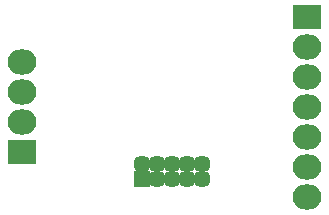
<source format=gbs>
G04 #@! TF.FileFunction,Soldermask,Bot*
%FSLAX46Y46*%
G04 Gerber Fmt 4.6, Leading zero omitted, Abs format (unit mm)*
G04 Created by KiCad (PCBNEW (2016-11-25 revision 30df041)-master) date Sun Nov 27 00:56:35 2016*
%MOMM*%
%LPD*%
G01*
G04 APERTURE LIST*
%ADD10C,0.100000*%
%ADD11O,2.432000X2.127200*%
%ADD12R,2.432000X2.127200*%
%ADD13C,1.450000*%
%ADD14R,1.450000X1.450000*%
G04 APERTURE END LIST*
D10*
D11*
X160020000Y-109220000D03*
X160020000Y-106680000D03*
X160020000Y-104140000D03*
X160020000Y-101600000D03*
X160020000Y-99060000D03*
X160020000Y-96520000D03*
D12*
X160020000Y-93980000D03*
X135890000Y-105410000D03*
D11*
X135890000Y-102870000D03*
X135890000Y-100330000D03*
X135890000Y-97790000D03*
D13*
X146050000Y-106426000D03*
X151130000Y-106426000D03*
X149860000Y-106426000D03*
X148590000Y-106426000D03*
X147320000Y-106426000D03*
X151130000Y-107696000D03*
X149860000Y-107696000D03*
X148590000Y-107696000D03*
X147320000Y-107696000D03*
D14*
X146050000Y-107696000D03*
M02*

</source>
